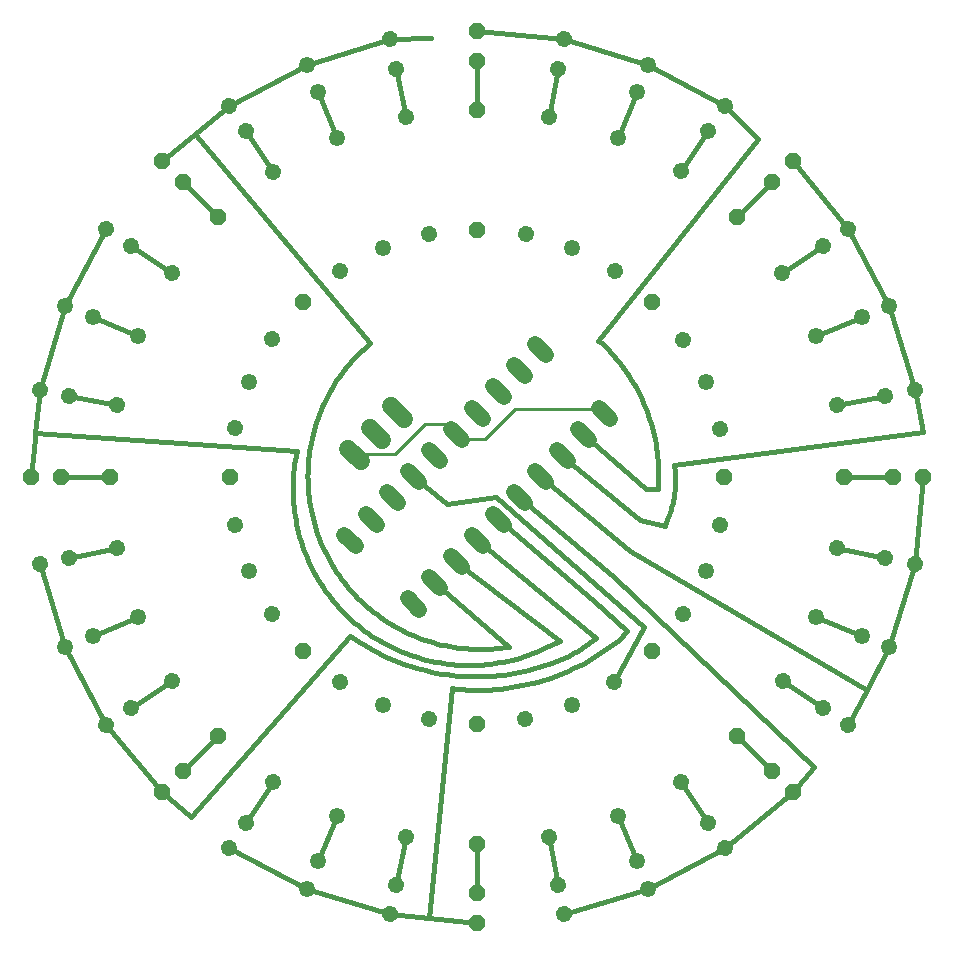
<source format=gbr>
G04 EAGLE Gerber RS-274X export*
G75*
%MOMM*%
%FSLAX34Y34*%
%LPD*%
%INBottom Copper*%
%IPPOS*%
%AMOC8*
5,1,8,0,0,1.08239X$1,22.5*%
G01*
%ADD10P,1.429621X8X292.500000*%
%ADD11P,1.429621X8X281.300000*%
%ADD12P,1.429621X8X270.000000*%
%ADD13P,1.429621X8X258.800000*%
%ADD14P,1.429621X8X247.500000*%
%ADD15P,1.429621X8X236.300000*%
%ADD16P,1.429621X8X225.000000*%
%ADD17P,1.429621X8X213.800000*%
%ADD18P,1.429621X8X202.500000*%
%ADD19P,1.429621X8X191.300000*%
%ADD20P,1.429621X8X180.000000*%
%ADD21P,1.429621X8X168.800000*%
%ADD22P,1.429621X8X157.500000*%
%ADD23P,1.429621X8X146.300000*%
%ADD24P,1.429621X8X135.000000*%
%ADD25P,1.429621X8X123.800000*%
%ADD26P,1.429621X8X112.500000*%
%ADD27P,1.429621X8X101.300000*%
%ADD28P,1.429621X8X90.000000*%
%ADD29P,1.429621X8X78.800000*%
%ADD30P,1.429621X8X67.500000*%
%ADD31P,1.429621X8X56.300000*%
%ADD32P,1.429621X8X45.000000*%
%ADD33P,1.429621X8X33.800000*%
%ADD34P,1.429621X8X22.500000*%
%ADD35P,1.429621X8X371.300000*%
%ADD36P,1.429621X8X360.000000*%
%ADD37P,1.429621X8X348.800000*%
%ADD38P,1.429621X8X337.500000*%
%ADD39P,1.429621X8X326.300000*%
%ADD40P,1.429621X8X315.000000*%
%ADD41P,1.429621X8X303.800000*%
%ADD42C,1.320800*%
%ADD43C,1.524000*%
%ADD44C,0.406400*%
%ADD45C,0.254000*%


D10*
X400000Y777700D03*
X400000Y752300D03*
D11*
X473667Y770458D03*
X468733Y745542D03*
D12*
X544560Y748933D03*
X534840Y725467D03*
D13*
X609847Y714066D03*
X595753Y692934D03*
D14*
X667080Y667080D03*
X649120Y649120D03*
D15*
X714054Y609865D03*
X692946Y595735D03*
D16*
X748933Y544560D03*
X725467Y534840D03*
D17*
X770454Y473689D03*
X745546Y468711D03*
D18*
X777700Y400000D03*
X752300Y400000D03*
D19*
X770458Y326333D03*
X745542Y331267D03*
D20*
X748933Y255440D03*
X725467Y265160D03*
D21*
X714066Y190153D03*
X692934Y204247D03*
D22*
X667080Y132920D03*
X649120Y150880D03*
D23*
X609865Y85946D03*
X595735Y107054D03*
D24*
X544560Y51067D03*
X534840Y74533D03*
D25*
X473689Y29546D03*
X468711Y54454D03*
D26*
X400000Y22300D03*
X400000Y47700D03*
D27*
X326333Y29542D03*
X331267Y54458D03*
D28*
X255440Y51067D03*
X265160Y74533D03*
D29*
X190153Y85934D03*
X204247Y107066D03*
D30*
X132920Y132920D03*
X150880Y150880D03*
D31*
X85946Y190135D03*
X107054Y204265D03*
D32*
X51067Y255440D03*
X74533Y265160D03*
D33*
X29546Y326311D03*
X54454Y331289D03*
D34*
X22300Y400000D03*
X47700Y400000D03*
D35*
X29542Y473667D03*
X54458Y468733D03*
D36*
X51067Y544560D03*
X74533Y534840D03*
D37*
X85934Y609847D03*
X107066Y595753D03*
D38*
X132920Y667080D03*
X150880Y649120D03*
D39*
X190135Y714054D03*
X204265Y692946D03*
D40*
X255440Y748933D03*
X265160Y725467D03*
D41*
X326311Y770454D03*
X331289Y745546D03*
D26*
X400000Y609200D03*
X400000Y710800D03*
D27*
X440833Y605167D03*
X460567Y704833D03*
D28*
X480060Y593267D03*
X518940Y687133D03*
D29*
X516214Y573937D03*
X572586Y658463D03*
D30*
X547879Y547879D03*
X619721Y619721D03*
D31*
X573986Y516140D03*
X658414Y572660D03*
D32*
X593267Y480060D03*
X687133Y518940D03*
D33*
X605185Y440746D03*
X704815Y460654D03*
D34*
X609200Y400000D03*
X710800Y400000D03*
D35*
X605167Y359167D03*
X704833Y339433D03*
D36*
X593267Y319940D03*
X687133Y281060D03*
D37*
X573937Y283786D03*
X658463Y227414D03*
D38*
X547879Y252121D03*
X619721Y180279D03*
D39*
X516140Y226014D03*
X572660Y141586D03*
D40*
X480060Y206733D03*
X518940Y112867D03*
D41*
X440746Y194815D03*
X460654Y95185D03*
D10*
X400000Y190800D03*
X400000Y89200D03*
D11*
X359167Y194833D03*
X339433Y95167D03*
D12*
X319940Y206733D03*
X281060Y112867D03*
D13*
X283786Y226063D03*
X227414Y141537D03*
D14*
X252121Y252121D03*
X180279Y180279D03*
D15*
X226014Y283860D03*
X141586Y227340D03*
D16*
X206733Y319940D03*
X112867Y281060D03*
D17*
X194815Y359254D03*
X95185Y339346D03*
D18*
X190800Y400000D03*
X89200Y400000D03*
D19*
X194833Y440833D03*
X95167Y460567D03*
D20*
X206733Y480060D03*
X112867Y518940D03*
D21*
X226063Y516214D03*
X141537Y572586D03*
D22*
X252121Y547879D03*
X180279Y619721D03*
D23*
X283860Y573986D03*
X227340Y658414D03*
D24*
X319940Y593267D03*
X281060Y687133D03*
D25*
X359254Y605185D03*
X339346Y704815D03*
D42*
X449212Y512433D02*
X458551Y503093D01*
X440591Y485133D02*
X431251Y494472D01*
X413291Y476512D02*
X422630Y467172D01*
X404670Y449212D02*
X395330Y458551D01*
X377370Y440591D02*
X386709Y431251D01*
X368749Y413291D02*
X359409Y422630D01*
X341449Y404670D02*
X350788Y395330D01*
X332828Y377370D02*
X323488Y386709D01*
X305528Y368749D02*
X314867Y359409D01*
X296907Y341449D02*
X287567Y350788D01*
X341449Y296907D02*
X350788Y287567D01*
X368749Y305528D02*
X359409Y314867D01*
X377370Y332828D02*
X386709Y323488D01*
X404670Y341449D02*
X395330Y350788D01*
X413291Y368749D02*
X422630Y359409D01*
X440591Y377370D02*
X431251Y386709D01*
X449212Y404670D02*
X458551Y395330D01*
X476512Y413291D02*
X467172Y422630D01*
X485133Y440591D02*
X494472Y431251D01*
X512433Y449212D02*
X503093Y458551D01*
D43*
X301668Y412893D02*
X290892Y423670D01*
X308853Y441630D02*
X319629Y430854D01*
X337589Y448814D02*
X326813Y459591D01*
D44*
X339346Y704815D02*
X331289Y745546D01*
X141537Y572586D02*
X107066Y595753D01*
X95185Y339346D02*
X54454Y331289D01*
X227414Y141537D02*
X204247Y107066D01*
X460654Y95185D02*
X468711Y54454D01*
X658463Y227414D02*
X692934Y204247D01*
X704815Y460654D02*
X745546Y468711D01*
X572586Y658463D02*
X595753Y692934D01*
X281060Y687133D02*
X265160Y725467D01*
X112867Y518940D02*
X74533Y534840D01*
X112867Y281060D02*
X74533Y265160D01*
X281060Y112867D02*
X265160Y74533D01*
X518940Y112867D02*
X534840Y74533D01*
X687133Y281060D02*
X725467Y265160D01*
X687133Y518940D02*
X725467Y534840D01*
X518940Y687133D02*
X534840Y725467D01*
X227340Y658414D02*
X204265Y692946D01*
X95167Y460567D02*
X54458Y468733D01*
X141586Y227340D02*
X107054Y204265D01*
X339433Y95167D02*
X331267Y54458D01*
X572660Y141586D02*
X595735Y107054D01*
X704833Y339433D02*
X745542Y331267D01*
X658414Y572660D02*
X692946Y595735D01*
X460567Y704833D02*
X468733Y745542D01*
X180279Y619721D02*
X150880Y649120D01*
X89200Y400000D02*
X47700Y400000D01*
X180279Y180279D02*
X150880Y150880D01*
X400000Y89200D02*
X400000Y47700D01*
X619721Y180279D02*
X649120Y150880D01*
X710800Y400000D02*
X752300Y400000D01*
X619721Y619721D02*
X649120Y649120D01*
X400000Y710800D02*
X400000Y752300D01*
X667080Y667080D02*
X714054Y609865D01*
X748933Y544560D01*
X770454Y473689D01*
X537867Y363488D02*
X471842Y417961D01*
X537867Y363488D02*
X558712Y358274D01*
X560945Y363860D01*
X560945Y363861D02*
X561716Y365855D01*
X562439Y367868D01*
X563114Y369897D01*
X563741Y371941D01*
X564319Y374000D01*
X564849Y376072D01*
X565330Y378155D01*
X565761Y380250D01*
X566142Y382354D01*
X566474Y384466D01*
X566756Y386586D01*
X566988Y388712D01*
X567169Y390843D01*
X567300Y392977D01*
X567380Y395114D01*
X567410Y397252D01*
X567389Y399390D01*
X567318Y401527D01*
X567196Y403662D01*
X567024Y405794D01*
X566801Y407921D01*
X566529Y410042D01*
X566528Y410041D02*
X777208Y437601D01*
X770454Y473689D01*
D45*
X520700Y228600D02*
X516140Y226014D01*
D44*
X374765Y377109D02*
X346118Y400000D01*
X374765Y377109D02*
X416048Y383010D01*
X540969Y272506D01*
X516140Y226014D01*
X473667Y770458D02*
X400000Y777700D01*
X473667Y770458D02*
X544560Y748933D01*
X609847Y714066D01*
X489803Y435921D02*
X542760Y389710D01*
X552797Y389710D01*
X553059Y395432D01*
X553181Y399063D01*
X553217Y402697D01*
X553165Y406330D01*
X553026Y409961D01*
X552800Y413587D01*
X552487Y417207D01*
X552087Y420819D01*
X551601Y424419D01*
X551028Y428008D01*
X550369Y431581D01*
X549625Y435137D01*
X548796Y438675D01*
X547882Y442192D01*
X546884Y445686D01*
X545802Y449154D01*
X544637Y452596D01*
X543391Y456009D01*
X542062Y459391D01*
X540653Y462740D01*
X539164Y466055D01*
X537595Y469332D01*
X535949Y472571D01*
X534225Y475770D01*
X532425Y478926D01*
X530550Y482039D01*
X528600Y485105D01*
X526578Y488124D01*
X524483Y491093D01*
X522318Y494011D01*
X520084Y496876D01*
X517781Y499687D01*
X515412Y502442D01*
X512977Y505139D01*
X510479Y507777D01*
X507917Y510354D01*
X505295Y512869D01*
X502613Y515321D01*
X637724Y686064D01*
X609847Y714066D01*
X777700Y400000D02*
X770458Y326333D01*
X748933Y255440D01*
X729593Y219226D02*
X714066Y190153D01*
X729593Y219226D02*
X748933Y255440D01*
X529306Y337418D02*
X453882Y400000D01*
X529306Y337418D02*
X729593Y219226D01*
X667080Y132920D02*
X609865Y85946D01*
X544560Y51067D01*
X473689Y29546D01*
X515363Y315420D02*
X435921Y382039D01*
X515363Y315420D02*
X685363Y153955D01*
X667080Y132920D01*
X400000Y22300D02*
X358785Y26352D01*
X326333Y29542D01*
X255440Y51067D01*
X190153Y85934D01*
X417961Y364079D02*
X498738Y295035D01*
X527055Y269496D01*
X519869Y262092D01*
X516272Y259235D01*
X512607Y256466D01*
X508876Y253786D01*
X505082Y251197D01*
X501225Y248702D01*
X497310Y246300D01*
X493337Y243994D01*
X489309Y241785D01*
X485230Y239674D01*
X481100Y237662D01*
X476923Y235751D01*
X472701Y233942D01*
X468436Y232236D01*
X464131Y230633D01*
X459788Y229136D01*
X455411Y227744D01*
X451001Y226458D01*
X446561Y225279D01*
X442094Y224209D01*
X437603Y223247D01*
X433089Y222394D01*
X428556Y221650D01*
X424006Y221017D01*
X419443Y220494D01*
X414868Y220082D01*
X410284Y219781D01*
X405695Y219590D01*
X401102Y219511D01*
X396508Y219544D01*
X391917Y219687D01*
X387331Y219942D01*
X382752Y220308D01*
X378183Y220785D01*
X358785Y26352D01*
X51067Y255440D02*
X29546Y326311D01*
X85946Y190135D02*
X132920Y132920D01*
X85946Y190135D02*
X51067Y255440D01*
X400000Y346118D02*
X500653Y263378D01*
X489071Y254694D01*
X485202Y252551D01*
X481282Y250503D01*
X477313Y248551D01*
X473298Y246696D01*
X469239Y244939D01*
X465138Y243282D01*
X460998Y241725D01*
X456822Y240269D01*
X452611Y238916D01*
X448368Y237665D01*
X444097Y236518D01*
X439798Y235475D01*
X435476Y234538D01*
X431132Y233706D01*
X426769Y232980D01*
X422390Y232360D01*
X417997Y231847D01*
X413592Y231441D01*
X409179Y231143D01*
X404760Y230952D01*
X400338Y230869D01*
X395915Y230894D01*
X391494Y231026D01*
X387078Y231266D01*
X382669Y231613D01*
X378269Y232067D01*
X373882Y232629D01*
X369510Y233297D01*
X365155Y234072D01*
X360821Y234952D01*
X356509Y235937D01*
X352222Y237027D01*
X347964Y238222D01*
X343735Y239519D01*
X339540Y240920D01*
X335380Y242421D01*
X331257Y244024D01*
X327175Y245727D01*
X323136Y247528D01*
X319141Y249428D01*
X315194Y251424D01*
X311297Y253515D01*
X307452Y255701D01*
X303661Y257980D01*
X299927Y260351D01*
X296252Y262811D01*
X292638Y265361D01*
X292637Y265361D02*
X157666Y111577D01*
X132920Y132920D01*
X22300Y400000D02*
X25462Y432166D01*
X25901Y436635D01*
X29542Y473667D01*
X51067Y544560D01*
X85934Y609847D01*
X382039Y328158D02*
X470412Y260950D01*
X456564Y254694D01*
X453244Y253186D01*
X449887Y251759D01*
X446497Y250414D01*
X443075Y249153D01*
X439623Y247976D01*
X436144Y246883D01*
X432639Y245876D01*
X429110Y244954D01*
X425560Y244119D01*
X421990Y243371D01*
X418404Y242710D01*
X414802Y242137D01*
X411187Y241652D01*
X407562Y241255D01*
X403928Y240947D01*
X400287Y240728D01*
X396643Y240598D01*
X392996Y240557D01*
X389349Y240605D01*
X385705Y240742D01*
X382065Y240968D01*
X378431Y241283D01*
X374806Y241686D01*
X371193Y242178D01*
X367592Y242757D01*
X364007Y243425D01*
X360438Y244180D01*
X356890Y245021D01*
X353363Y245949D01*
X349860Y246963D01*
X346382Y248063D01*
X342933Y249246D01*
X339513Y250514D01*
X336125Y251865D01*
X332772Y253298D01*
X329454Y254812D01*
X326174Y256407D01*
X322934Y258082D01*
X319736Y259835D01*
X316582Y261666D01*
X313474Y263573D01*
X310413Y265556D01*
X307401Y267613D01*
X304440Y269742D01*
X301532Y271944D01*
X298679Y274215D01*
X295882Y276556D01*
X293144Y278964D01*
X290464Y281439D01*
X287846Y283978D01*
X285291Y286580D01*
X282800Y289244D01*
X280375Y291968D01*
X278017Y294750D01*
X275728Y297589D01*
X273508Y300483D01*
X271360Y303430D01*
X269285Y306429D01*
X267283Y309478D01*
X265357Y312575D01*
X263506Y315717D01*
X261733Y318904D01*
X260039Y322134D01*
X258423Y325404D01*
X256888Y328712D01*
X255434Y332057D01*
X254063Y335436D01*
X252774Y338848D01*
X251569Y342290D01*
X250448Y345760D01*
X249412Y349257D01*
X248462Y352778D01*
X247598Y356322D01*
X246821Y359885D01*
X246132Y363466D01*
X245530Y367063D01*
X245015Y370674D01*
X244590Y374296D01*
X244252Y377927D01*
X244004Y381566D01*
X243844Y385209D01*
X243774Y388856D01*
X243792Y392503D01*
X243900Y396148D01*
X244096Y399790D01*
X244382Y403426D01*
X244756Y407054D01*
X245218Y410671D01*
X245769Y414276D01*
X246407Y417867D01*
X247133Y421441D01*
X247134Y421441D02*
X25901Y436635D01*
X132920Y667080D02*
X161342Y690415D01*
X190135Y714054D01*
X255440Y748933D01*
X326311Y770454D01*
X360553Y771688D01*
X364079Y310197D02*
X426564Y255644D01*
X415569Y254661D01*
X412005Y254386D01*
X408436Y254199D01*
X404864Y254098D01*
X401290Y254085D01*
X397716Y254160D01*
X394146Y254321D01*
X390580Y254570D01*
X387022Y254905D01*
X383473Y255328D01*
X379936Y255837D01*
X376411Y256432D01*
X372903Y257113D01*
X369412Y257880D01*
X365941Y258732D01*
X362492Y259668D01*
X359066Y260688D01*
X355667Y261792D01*
X352295Y262978D01*
X348954Y264247D01*
X345645Y265596D01*
X342369Y267026D01*
X339129Y268536D01*
X335928Y270124D01*
X332766Y271790D01*
X329645Y273533D01*
X326568Y275351D01*
X323537Y277244D01*
X320552Y279211D01*
X317617Y281249D01*
X314732Y283359D01*
X311899Y285539D01*
X309121Y287787D01*
X306399Y290103D01*
X303733Y292484D01*
X301127Y294930D01*
X298581Y297438D01*
X296098Y300008D01*
X293677Y302638D01*
X291322Y305327D01*
X289033Y308072D01*
X286812Y310872D01*
X284660Y313725D01*
X282578Y316630D01*
X280568Y319586D01*
X278631Y322589D01*
X276767Y325639D01*
X274979Y328733D01*
X273267Y331870D01*
X271631Y335048D01*
X270074Y338266D01*
X268596Y341520D01*
X267198Y344809D01*
X265881Y348131D01*
X264645Y351485D01*
X263492Y354868D01*
X262421Y358278D01*
X261434Y361713D01*
X260532Y365171D01*
X259714Y368650D01*
X258981Y372149D01*
X258334Y375664D01*
X257773Y379193D01*
X257298Y382736D01*
X256910Y386289D01*
X256609Y389850D01*
X256395Y393418D01*
X256269Y396989D01*
X256229Y400563D01*
X256277Y404137D01*
X256412Y407709D01*
X256634Y411276D01*
X256944Y414836D01*
X257340Y418388D01*
X257823Y421930D01*
X258392Y425458D01*
X259047Y428972D01*
X259788Y432468D01*
X260614Y435945D01*
X261525Y439401D01*
X262520Y442834D01*
X263598Y446242D01*
X264760Y449622D01*
X266003Y452973D01*
X267328Y456292D01*
X268734Y459578D01*
X270219Y462829D01*
X271784Y466042D01*
X273426Y469216D01*
X275146Y472350D01*
X276942Y475440D01*
X278812Y478485D01*
X280757Y481484D01*
X282774Y484435D01*
X284862Y487335D01*
X287021Y490184D01*
X289248Y492978D01*
X291544Y495718D01*
X293905Y498401D01*
X296332Y501025D01*
X298821Y503589D01*
X301373Y506092D01*
X303985Y508532D01*
X306656Y510907D01*
X309384Y513216D01*
X161342Y690415D01*
D45*
X355600Y444500D02*
X381000Y444500D01*
X355600Y444500D02*
X330200Y419100D01*
X304800Y419100D01*
X382039Y435921D02*
X381000Y444500D01*
X304800Y419100D02*
X296280Y418281D01*
X431800Y457200D02*
X508000Y457200D01*
X431800Y457200D02*
X406400Y431800D01*
X381000Y431800D01*
X507763Y453882D02*
X508000Y457200D01*
X382039Y435921D02*
X381000Y431800D01*
M02*

</source>
